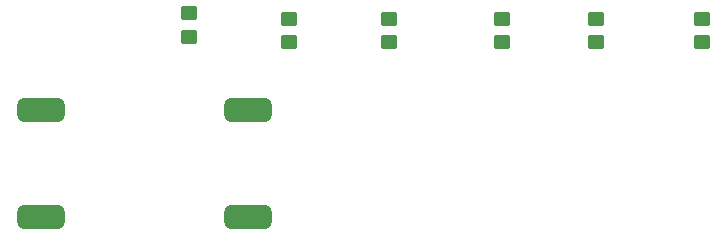
<source format=gbr>
%TF.GenerationSoftware,KiCad,Pcbnew,8.0.8*%
%TF.CreationDate,2025-05-20T23:19:57+02:00*%
%TF.ProjectId,LCD_LOCONET_SHIELD,4c43445f-4c4f-4434-9f4e-45545f534849,rev?*%
%TF.SameCoordinates,Original*%
%TF.FileFunction,Paste,Bot*%
%TF.FilePolarity,Positive*%
%FSLAX46Y46*%
G04 Gerber Fmt 4.6, Leading zero omitted, Abs format (unit mm)*
G04 Created by KiCad (PCBNEW 8.0.8) date 2025-05-20 23:19:57*
%MOMM*%
%LPD*%
G01*
G04 APERTURE LIST*
G04 Aperture macros list*
%AMRoundRect*
0 Rectangle with rounded corners*
0 $1 Rounding radius*
0 $2 $3 $4 $5 $6 $7 $8 $9 X,Y pos of 4 corners*
0 Add a 4 corners polygon primitive as box body*
4,1,4,$2,$3,$4,$5,$6,$7,$8,$9,$2,$3,0*
0 Add four circle primitives for the rounded corners*
1,1,$1+$1,$2,$3*
1,1,$1+$1,$4,$5*
1,1,$1+$1,$6,$7*
1,1,$1+$1,$8,$9*
0 Add four rect primitives between the rounded corners*
20,1,$1+$1,$2,$3,$4,$5,0*
20,1,$1+$1,$4,$5,$6,$7,0*
20,1,$1+$1,$6,$7,$8,$9,0*
20,1,$1+$1,$8,$9,$2,$3,0*%
G04 Aperture macros list end*
%ADD10RoundRect,0.250000X-0.450000X0.350000X-0.450000X-0.350000X0.450000X-0.350000X0.450000X0.350000X0*%
%ADD11RoundRect,0.500000X-1.500000X-0.500000X1.500000X-0.500000X1.500000X0.500000X-1.500000X0.500000X0*%
G04 APERTURE END LIST*
D10*
%TO.C,R9*%
X84500000Y-176000000D03*
X84500000Y-178000000D03*
%TD*%
%TO.C,R12*%
X111000000Y-176500000D03*
X111000000Y-178500000D03*
%TD*%
%TO.C,R11*%
X101500000Y-176500000D03*
X101500000Y-178500000D03*
%TD*%
%TO.C,R10*%
X93000000Y-176500000D03*
X93000000Y-178500000D03*
%TD*%
D11*
%TO.C,U2*%
X72000000Y-193248000D03*
X72000000Y-184248000D03*
X89500000Y-184248000D03*
X89500000Y-193248000D03*
%TD*%
D10*
%TO.C,R14*%
X128000000Y-176500000D03*
X128000000Y-178500000D03*
%TD*%
%TO.C,R13*%
X119000000Y-176500000D03*
X119000000Y-178500000D03*
%TD*%
M02*

</source>
